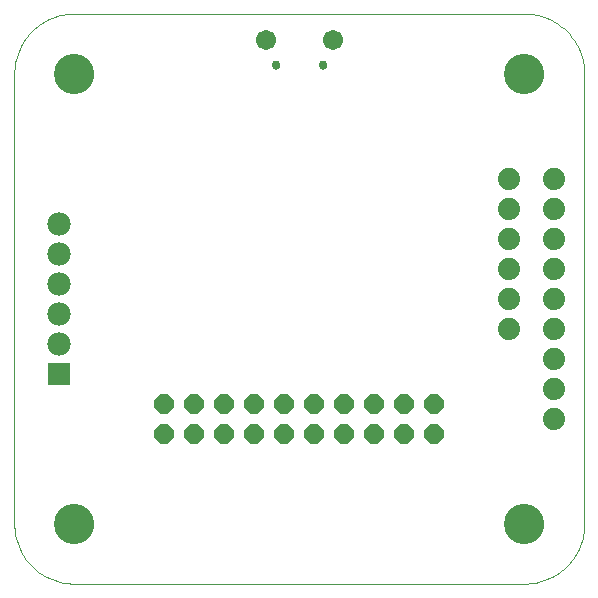
<source format=gbs>
G75*
G70*
%OFA0B0*%
%FSLAX24Y24*%
%IPPOS*%
%LPD*%
%AMOC8*
5,1,8,0,0,1.08239X$1,22.5*
%
%ADD10C,0.0000*%
%ADD11C,0.0297*%
%ADD12C,0.0674*%
%ADD13R,0.0780X0.0780*%
%ADD14C,0.0780*%
%ADD15C,0.0740*%
%ADD16OC8,0.0640*%
%ADD17C,0.1340*%
D10*
X000141Y002141D02*
X000141Y017141D01*
X001511Y017141D02*
X001513Y017191D01*
X001519Y017241D01*
X001529Y017290D01*
X001543Y017338D01*
X001560Y017385D01*
X001581Y017430D01*
X001606Y017474D01*
X001634Y017515D01*
X001666Y017554D01*
X001700Y017591D01*
X001737Y017625D01*
X001777Y017655D01*
X001819Y017682D01*
X001863Y017706D01*
X001909Y017727D01*
X001956Y017743D01*
X002004Y017756D01*
X002054Y017765D01*
X002103Y017770D01*
X002154Y017771D01*
X002204Y017768D01*
X002253Y017761D01*
X002302Y017750D01*
X002350Y017735D01*
X002396Y017717D01*
X002441Y017695D01*
X002484Y017669D01*
X002525Y017640D01*
X002564Y017608D01*
X002600Y017573D01*
X002632Y017535D01*
X002662Y017495D01*
X002689Y017452D01*
X002712Y017408D01*
X002731Y017362D01*
X002747Y017314D01*
X002759Y017265D01*
X002767Y017216D01*
X002771Y017166D01*
X002771Y017116D01*
X002767Y017066D01*
X002759Y017017D01*
X002747Y016968D01*
X002731Y016920D01*
X002712Y016874D01*
X002689Y016830D01*
X002662Y016787D01*
X002632Y016747D01*
X002600Y016709D01*
X002564Y016674D01*
X002525Y016642D01*
X002484Y016613D01*
X002441Y016587D01*
X002396Y016565D01*
X002350Y016547D01*
X002302Y016532D01*
X002253Y016521D01*
X002204Y016514D01*
X002154Y016511D01*
X002103Y016512D01*
X002054Y016517D01*
X002004Y016526D01*
X001956Y016539D01*
X001909Y016555D01*
X001863Y016576D01*
X001819Y016600D01*
X001777Y016627D01*
X001737Y016657D01*
X001700Y016691D01*
X001666Y016728D01*
X001634Y016767D01*
X001606Y016808D01*
X001581Y016852D01*
X001560Y016897D01*
X001543Y016944D01*
X001529Y016992D01*
X001519Y017041D01*
X001513Y017091D01*
X001511Y017141D01*
X000141Y017141D02*
X000143Y017236D01*
X000150Y017331D01*
X000161Y017426D01*
X000177Y017520D01*
X000197Y017613D01*
X000222Y017704D01*
X000251Y017795D01*
X000284Y017884D01*
X000322Y017972D01*
X000363Y018057D01*
X000409Y018141D01*
X000458Y018222D01*
X000512Y018301D01*
X000569Y018377D01*
X000630Y018451D01*
X000694Y018521D01*
X000761Y018588D01*
X000831Y018652D01*
X000905Y018713D01*
X000981Y018770D01*
X001060Y018824D01*
X001141Y018873D01*
X001225Y018919D01*
X001310Y018960D01*
X001398Y018998D01*
X001487Y019031D01*
X001578Y019060D01*
X001669Y019085D01*
X001762Y019105D01*
X001856Y019121D01*
X001951Y019132D01*
X002046Y019139D01*
X002141Y019141D01*
X017141Y019141D01*
X016511Y017141D02*
X016513Y017191D01*
X016519Y017241D01*
X016529Y017290D01*
X016543Y017338D01*
X016560Y017385D01*
X016581Y017430D01*
X016606Y017474D01*
X016634Y017515D01*
X016666Y017554D01*
X016700Y017591D01*
X016737Y017625D01*
X016777Y017655D01*
X016819Y017682D01*
X016863Y017706D01*
X016909Y017727D01*
X016956Y017743D01*
X017004Y017756D01*
X017054Y017765D01*
X017103Y017770D01*
X017154Y017771D01*
X017204Y017768D01*
X017253Y017761D01*
X017302Y017750D01*
X017350Y017735D01*
X017396Y017717D01*
X017441Y017695D01*
X017484Y017669D01*
X017525Y017640D01*
X017564Y017608D01*
X017600Y017573D01*
X017632Y017535D01*
X017662Y017495D01*
X017689Y017452D01*
X017712Y017408D01*
X017731Y017362D01*
X017747Y017314D01*
X017759Y017265D01*
X017767Y017216D01*
X017771Y017166D01*
X017771Y017116D01*
X017767Y017066D01*
X017759Y017017D01*
X017747Y016968D01*
X017731Y016920D01*
X017712Y016874D01*
X017689Y016830D01*
X017662Y016787D01*
X017632Y016747D01*
X017600Y016709D01*
X017564Y016674D01*
X017525Y016642D01*
X017484Y016613D01*
X017441Y016587D01*
X017396Y016565D01*
X017350Y016547D01*
X017302Y016532D01*
X017253Y016521D01*
X017204Y016514D01*
X017154Y016511D01*
X017103Y016512D01*
X017054Y016517D01*
X017004Y016526D01*
X016956Y016539D01*
X016909Y016555D01*
X016863Y016576D01*
X016819Y016600D01*
X016777Y016627D01*
X016737Y016657D01*
X016700Y016691D01*
X016666Y016728D01*
X016634Y016767D01*
X016606Y016808D01*
X016581Y016852D01*
X016560Y016897D01*
X016543Y016944D01*
X016529Y016992D01*
X016519Y017041D01*
X016513Y017091D01*
X016511Y017141D01*
X017141Y019141D02*
X017236Y019139D01*
X017331Y019132D01*
X017426Y019121D01*
X017520Y019105D01*
X017613Y019085D01*
X017704Y019060D01*
X017795Y019031D01*
X017884Y018998D01*
X017972Y018960D01*
X018057Y018919D01*
X018141Y018873D01*
X018222Y018824D01*
X018301Y018770D01*
X018377Y018713D01*
X018451Y018652D01*
X018521Y018588D01*
X018588Y018521D01*
X018652Y018451D01*
X018713Y018377D01*
X018770Y018301D01*
X018824Y018222D01*
X018873Y018141D01*
X018919Y018057D01*
X018960Y017972D01*
X018998Y017884D01*
X019031Y017795D01*
X019060Y017704D01*
X019085Y017613D01*
X019105Y017520D01*
X019121Y017426D01*
X019132Y017331D01*
X019139Y017236D01*
X019141Y017141D01*
X019141Y002141D01*
X016511Y002141D02*
X016513Y002191D01*
X016519Y002241D01*
X016529Y002290D01*
X016543Y002338D01*
X016560Y002385D01*
X016581Y002430D01*
X016606Y002474D01*
X016634Y002515D01*
X016666Y002554D01*
X016700Y002591D01*
X016737Y002625D01*
X016777Y002655D01*
X016819Y002682D01*
X016863Y002706D01*
X016909Y002727D01*
X016956Y002743D01*
X017004Y002756D01*
X017054Y002765D01*
X017103Y002770D01*
X017154Y002771D01*
X017204Y002768D01*
X017253Y002761D01*
X017302Y002750D01*
X017350Y002735D01*
X017396Y002717D01*
X017441Y002695D01*
X017484Y002669D01*
X017525Y002640D01*
X017564Y002608D01*
X017600Y002573D01*
X017632Y002535D01*
X017662Y002495D01*
X017689Y002452D01*
X017712Y002408D01*
X017731Y002362D01*
X017747Y002314D01*
X017759Y002265D01*
X017767Y002216D01*
X017771Y002166D01*
X017771Y002116D01*
X017767Y002066D01*
X017759Y002017D01*
X017747Y001968D01*
X017731Y001920D01*
X017712Y001874D01*
X017689Y001830D01*
X017662Y001787D01*
X017632Y001747D01*
X017600Y001709D01*
X017564Y001674D01*
X017525Y001642D01*
X017484Y001613D01*
X017441Y001587D01*
X017396Y001565D01*
X017350Y001547D01*
X017302Y001532D01*
X017253Y001521D01*
X017204Y001514D01*
X017154Y001511D01*
X017103Y001512D01*
X017054Y001517D01*
X017004Y001526D01*
X016956Y001539D01*
X016909Y001555D01*
X016863Y001576D01*
X016819Y001600D01*
X016777Y001627D01*
X016737Y001657D01*
X016700Y001691D01*
X016666Y001728D01*
X016634Y001767D01*
X016606Y001808D01*
X016581Y001852D01*
X016560Y001897D01*
X016543Y001944D01*
X016529Y001992D01*
X016519Y002041D01*
X016513Y002091D01*
X016511Y002141D01*
X017141Y000141D02*
X017236Y000143D01*
X017331Y000150D01*
X017426Y000161D01*
X017520Y000177D01*
X017613Y000197D01*
X017704Y000222D01*
X017795Y000251D01*
X017884Y000284D01*
X017972Y000322D01*
X018057Y000363D01*
X018141Y000409D01*
X018222Y000458D01*
X018301Y000512D01*
X018377Y000569D01*
X018451Y000630D01*
X018521Y000694D01*
X018588Y000761D01*
X018652Y000831D01*
X018713Y000905D01*
X018770Y000981D01*
X018824Y001060D01*
X018873Y001141D01*
X018919Y001225D01*
X018960Y001310D01*
X018998Y001398D01*
X019031Y001487D01*
X019060Y001578D01*
X019085Y001669D01*
X019105Y001762D01*
X019121Y001856D01*
X019132Y001951D01*
X019139Y002046D01*
X019141Y002141D01*
X017141Y000141D02*
X002141Y000141D01*
X001511Y002141D02*
X001513Y002191D01*
X001519Y002241D01*
X001529Y002290D01*
X001543Y002338D01*
X001560Y002385D01*
X001581Y002430D01*
X001606Y002474D01*
X001634Y002515D01*
X001666Y002554D01*
X001700Y002591D01*
X001737Y002625D01*
X001777Y002655D01*
X001819Y002682D01*
X001863Y002706D01*
X001909Y002727D01*
X001956Y002743D01*
X002004Y002756D01*
X002054Y002765D01*
X002103Y002770D01*
X002154Y002771D01*
X002204Y002768D01*
X002253Y002761D01*
X002302Y002750D01*
X002350Y002735D01*
X002396Y002717D01*
X002441Y002695D01*
X002484Y002669D01*
X002525Y002640D01*
X002564Y002608D01*
X002600Y002573D01*
X002632Y002535D01*
X002662Y002495D01*
X002689Y002452D01*
X002712Y002408D01*
X002731Y002362D01*
X002747Y002314D01*
X002759Y002265D01*
X002767Y002216D01*
X002771Y002166D01*
X002771Y002116D01*
X002767Y002066D01*
X002759Y002017D01*
X002747Y001968D01*
X002731Y001920D01*
X002712Y001874D01*
X002689Y001830D01*
X002662Y001787D01*
X002632Y001747D01*
X002600Y001709D01*
X002564Y001674D01*
X002525Y001642D01*
X002484Y001613D01*
X002441Y001587D01*
X002396Y001565D01*
X002350Y001547D01*
X002302Y001532D01*
X002253Y001521D01*
X002204Y001514D01*
X002154Y001511D01*
X002103Y001512D01*
X002054Y001517D01*
X002004Y001526D01*
X001956Y001539D01*
X001909Y001555D01*
X001863Y001576D01*
X001819Y001600D01*
X001777Y001627D01*
X001737Y001657D01*
X001700Y001691D01*
X001666Y001728D01*
X001634Y001767D01*
X001606Y001808D01*
X001581Y001852D01*
X001560Y001897D01*
X001543Y001944D01*
X001529Y001992D01*
X001519Y002041D01*
X001513Y002091D01*
X001511Y002141D01*
X000141Y002141D02*
X000143Y002046D01*
X000150Y001951D01*
X000161Y001856D01*
X000177Y001762D01*
X000197Y001669D01*
X000222Y001578D01*
X000251Y001487D01*
X000284Y001398D01*
X000322Y001310D01*
X000363Y001225D01*
X000409Y001141D01*
X000458Y001060D01*
X000512Y000981D01*
X000569Y000905D01*
X000630Y000831D01*
X000694Y000761D01*
X000761Y000694D01*
X000831Y000630D01*
X000905Y000569D01*
X000981Y000512D01*
X001060Y000458D01*
X001141Y000409D01*
X001225Y000363D01*
X001310Y000322D01*
X001398Y000284D01*
X001487Y000251D01*
X001578Y000222D01*
X001669Y000197D01*
X001762Y000177D01*
X001856Y000161D01*
X001951Y000150D01*
X002046Y000143D01*
X002141Y000141D01*
X008746Y017420D02*
X008748Y017440D01*
X008754Y017460D01*
X008763Y017478D01*
X008776Y017495D01*
X008791Y017508D01*
X008809Y017518D01*
X008829Y017525D01*
X008849Y017528D01*
X008869Y017527D01*
X008889Y017522D01*
X008908Y017514D01*
X008925Y017502D01*
X008939Y017487D01*
X008950Y017469D01*
X008958Y017450D01*
X008962Y017430D01*
X008962Y017410D01*
X008958Y017390D01*
X008950Y017371D01*
X008939Y017353D01*
X008925Y017338D01*
X008908Y017326D01*
X008889Y017318D01*
X008869Y017313D01*
X008849Y017312D01*
X008829Y017315D01*
X008809Y017322D01*
X008791Y017332D01*
X008776Y017345D01*
X008763Y017362D01*
X008754Y017380D01*
X008748Y017400D01*
X008746Y017420D01*
X010321Y017420D02*
X010323Y017440D01*
X010329Y017460D01*
X010338Y017478D01*
X010351Y017495D01*
X010366Y017508D01*
X010384Y017518D01*
X010404Y017525D01*
X010424Y017528D01*
X010444Y017527D01*
X010464Y017522D01*
X010483Y017514D01*
X010500Y017502D01*
X010514Y017487D01*
X010525Y017469D01*
X010533Y017450D01*
X010537Y017430D01*
X010537Y017410D01*
X010533Y017390D01*
X010525Y017371D01*
X010514Y017353D01*
X010500Y017338D01*
X010483Y017326D01*
X010464Y017318D01*
X010444Y017313D01*
X010424Y017312D01*
X010404Y017315D01*
X010384Y017322D01*
X010366Y017332D01*
X010351Y017345D01*
X010338Y017362D01*
X010329Y017380D01*
X010323Y017400D01*
X010321Y017420D01*
D11*
X010429Y017420D03*
X008854Y017420D03*
D12*
X008529Y018266D03*
X010753Y018266D03*
D13*
X001641Y007141D03*
D14*
X001641Y008141D03*
X001641Y009141D03*
X001641Y010141D03*
X001641Y011141D03*
X001641Y012141D03*
D15*
X016641Y011641D03*
X016641Y010641D03*
X016641Y009641D03*
X016641Y008641D03*
X018141Y008641D03*
X018141Y007641D03*
X018141Y006641D03*
X018141Y005641D03*
X018141Y009641D03*
X018141Y010641D03*
X018141Y011641D03*
X018141Y012641D03*
X018141Y013641D03*
X016641Y013641D03*
X016641Y012641D03*
D16*
X014141Y006141D03*
X014141Y005141D03*
X013141Y005141D03*
X013141Y006141D03*
X012141Y006141D03*
X012141Y005141D03*
X011141Y005141D03*
X010141Y005141D03*
X009141Y005141D03*
X008141Y005141D03*
X007141Y005141D03*
X007141Y006141D03*
X008141Y006141D03*
X009141Y006141D03*
X010141Y006141D03*
X011141Y006141D03*
X006141Y006141D03*
X006141Y005141D03*
X005141Y005141D03*
X005141Y006141D03*
D17*
X002141Y002141D03*
X002141Y017141D03*
X017141Y017141D03*
X017141Y002141D03*
M02*

</source>
